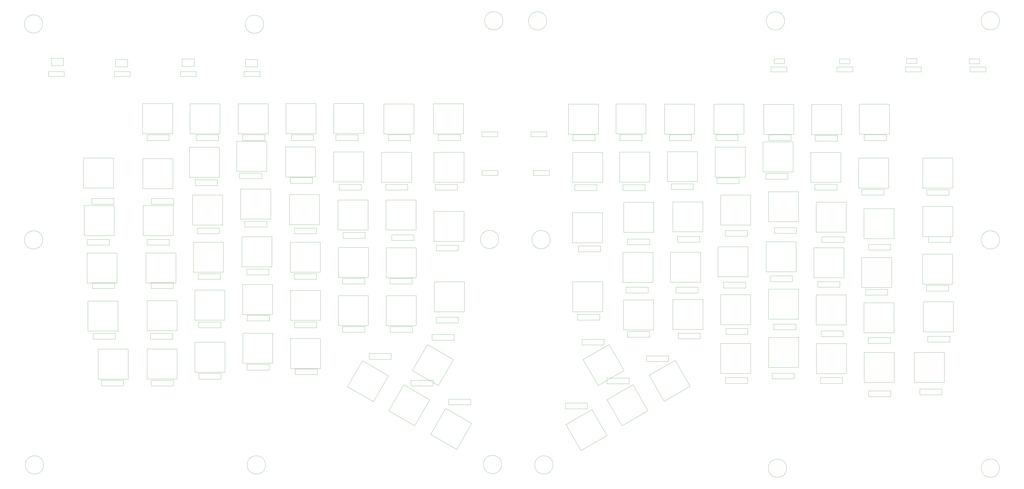
<source format=gbr>
%TF.GenerationSoftware,KiCad,Pcbnew,7.0.0-da2b9df05c~163~ubuntu22.04.1*%
%TF.CreationDate,2023-02-19T11:59:05+01:00*%
%TF.ProjectId,Europe-ergo,4575726f-7065-42d6-9572-676f2e6b6963,rev?*%
%TF.SameCoordinates,Original*%
%TF.FileFunction,Other,User*%
%FSLAX46Y46*%
G04 Gerber Fmt 4.6, Leading zero omitted, Abs format (unit mm)*
G04 Created by KiCad (PCBNEW 7.0.0-da2b9df05c~163~ubuntu22.04.1) date 2023-02-19 11:59:05*
%MOMM*%
%LPD*%
G01*
G04 APERTURE LIST*
%ADD10C,0.050000*%
G04 APERTURE END LIST*
D10*
%TO.C,D23*%
X425810000Y-166010000D02*
X425810000Y-168510000D01*
X425810000Y-168510000D02*
X435530000Y-168510000D01*
X435530000Y-166010000D02*
X425810000Y-166010000D01*
X435530000Y-168510000D02*
X435530000Y-166010000D01*
%TO.C,D91*%
X152140000Y-190750000D02*
X152140000Y-193250000D01*
X152140000Y-193250000D02*
X161860000Y-193250000D01*
X161860000Y-190750000D02*
X152140000Y-190750000D01*
X161860000Y-193250000D02*
X161860000Y-190750000D01*
%TO.C,D61*%
X266330000Y-190750000D02*
X266330000Y-193250000D01*
X266330000Y-193250000D02*
X276050000Y-193250000D01*
X276050000Y-190750000D02*
X266330000Y-190750000D01*
X276050000Y-193250000D02*
X276050000Y-190750000D01*
%TO.C,H15*%
X306750000Y-32600000D02*
G75*
G03*
X306750000Y-32600000I-4000000J0D01*
G01*
%TO.C,D90*%
X192350000Y-82750000D02*
X192350000Y-85250000D01*
X192350000Y-85250000D02*
X202070000Y-85250000D01*
X202070000Y-82750000D02*
X192350000Y-82750000D01*
X202070000Y-85250000D02*
X202070000Y-82750000D01*
%TO.C,D79*%
X191030000Y-99550000D02*
X191030000Y-102050000D01*
X191030000Y-102050000D02*
X200750000Y-102050000D01*
X200750000Y-99550000D02*
X191030000Y-99550000D01*
X200750000Y-102050000D02*
X200750000Y-99550000D01*
%TO.C,SW43*%
X337300000Y-130220000D02*
X337300000Y-117020000D01*
X350500000Y-130220000D02*
X337300000Y-130220000D01*
X337300000Y-117020000D02*
X350500000Y-117020000D01*
X350500000Y-117020000D02*
X350500000Y-130220000D01*
%TO.C,SW89*%
X150360000Y-155680000D02*
X163560000Y-155680000D01*
X150360000Y-168880000D02*
X150360000Y-155680000D01*
X163560000Y-155680000D02*
X163560000Y-168880000D01*
X163560000Y-168880000D02*
X150360000Y-168880000D01*
%TO.C,SW3*%
X491255000Y-114280000D02*
X504455000Y-114280000D01*
X491255000Y-127480000D02*
X491255000Y-114280000D01*
X504455000Y-114280000D02*
X504455000Y-127480000D01*
X504455000Y-127480000D02*
X491255000Y-127480000D01*
%TO.C,D44*%
X352500000Y-189750000D02*
X352500000Y-192250000D01*
X352500000Y-192250000D02*
X362220000Y-192250000D01*
X362220000Y-189750000D02*
X352500000Y-189750000D01*
X362220000Y-192250000D02*
X362220000Y-189750000D01*
%TO.C,D47*%
X334140000Y-200750000D02*
X334140000Y-203250000D01*
X334140000Y-203250000D02*
X343860000Y-203250000D01*
X343860000Y-200750000D02*
X334140000Y-200750000D01*
X343860000Y-203250000D02*
X343860000Y-200750000D01*
%TO.C,H3*%
X525000000Y-32600000D02*
G75*
G03*
X525000000Y-32600000I-4000000J0D01*
G01*
%TO.C,D51*%
X511730000Y-49390000D02*
X511730000Y-51490000D01*
X511730000Y-51490000D02*
X516320000Y-51490000D01*
X516320000Y-49390000D02*
X511730000Y-49390000D01*
X516320000Y-51490000D02*
X516320000Y-49390000D01*
%TO.C,SW21*%
X423400000Y-107780000D02*
X436600000Y-107780000D01*
X423400000Y-120980000D02*
X423400000Y-107780000D01*
X436600000Y-107780000D02*
X436600000Y-120980000D01*
X436600000Y-120980000D02*
X423400000Y-120980000D01*
%TO.C,SW28*%
X402400000Y-153100000D02*
X415600000Y-153100000D01*
X402400000Y-166300000D02*
X402400000Y-153100000D01*
X415600000Y-153100000D02*
X415600000Y-166300000D01*
X415600000Y-166300000D02*
X402400000Y-166300000D01*
%TO.C,D26*%
X404470000Y-124850000D02*
X404470000Y-127350000D01*
X404470000Y-127350000D02*
X414190000Y-127350000D01*
X414190000Y-124850000D02*
X404470000Y-124850000D01*
X414190000Y-127350000D02*
X414190000Y-124850000D01*
%TO.C,D95*%
X151910000Y-170130000D02*
X151910000Y-172630000D01*
X151910000Y-172630000D02*
X161630000Y-172630000D01*
X161630000Y-170130000D02*
X151910000Y-170130000D01*
X161630000Y-172630000D02*
X161630000Y-170130000D01*
%TO.C,SW80*%
X171400000Y-174000000D02*
X184600000Y-174000000D01*
X171400000Y-187200000D02*
X171400000Y-174000000D01*
X184600000Y-174000000D02*
X184600000Y-187200000D01*
X184600000Y-187200000D02*
X171400000Y-187200000D01*
%TO.C,D43*%
X339950000Y-131670000D02*
X339950000Y-134170000D01*
X339950000Y-134170000D02*
X349670000Y-134170000D01*
X349670000Y-131670000D02*
X339950000Y-131670000D01*
X349670000Y-134170000D02*
X349670000Y-131670000D01*
%TO.C,SW5*%
X491155000Y-135200000D02*
X504355000Y-135200000D01*
X491155000Y-148400000D02*
X491155000Y-135200000D01*
X504355000Y-135200000D02*
X504355000Y-148400000D01*
X504355000Y-148400000D02*
X491155000Y-148400000D01*
%TO.C,R10*%
X135970000Y-54950000D02*
X135970000Y-57050000D01*
X135970000Y-57050000D02*
X142950000Y-57050000D01*
X142950000Y-54950000D02*
X135970000Y-54950000D01*
X142950000Y-57050000D02*
X142950000Y-54950000D01*
%TO.C,SW9*%
X465400000Y-115240000D02*
X478600000Y-115240000D01*
X465400000Y-128440000D02*
X465400000Y-115240000D01*
X478600000Y-115240000D02*
X478600000Y-128440000D01*
X478600000Y-128440000D02*
X465400000Y-128440000D01*
%TO.C,H11*%
X104900000Y-228000000D02*
G75*
G03*
X104900000Y-228000000I-4000000J0D01*
G01*
%TO.C,SW35*%
X370984228Y-188584241D02*
X382415763Y-181984241D01*
X377584228Y-200015777D02*
X370984228Y-188584241D01*
X382415763Y-181984241D02*
X389015763Y-193415777D01*
X389015763Y-193415777D02*
X377584228Y-200015777D01*
%TO.C,SW34*%
X381400000Y-155200000D02*
X394600000Y-155200000D01*
X381400000Y-168400000D02*
X381400000Y-155200000D01*
X394600000Y-155200000D02*
X394600000Y-168400000D01*
X394600000Y-168400000D02*
X381400000Y-168400000D01*
%TO.C,H9*%
X104500000Y-34000000D02*
G75*
G03*
X104500000Y-34000000I-4000000J0D01*
G01*
%TO.C,R11*%
X297510000Y-81450000D02*
X297510000Y-83550000D01*
X297510000Y-83550000D02*
X304490000Y-83550000D01*
X304490000Y-81450000D02*
X297510000Y-81450000D01*
X304490000Y-83550000D02*
X304490000Y-81450000D01*
%TO.C,SW53*%
X276400000Y-129600000D02*
X276400000Y-116400000D01*
X289600000Y-129600000D02*
X276400000Y-129600000D01*
X276400000Y-116400000D02*
X289600000Y-116400000D01*
X289600000Y-116400000D02*
X289600000Y-129600000D01*
%TO.C,D93*%
X150350000Y-128750000D02*
X150350000Y-131250000D01*
X150350000Y-131250000D02*
X160070000Y-131250000D01*
X160070000Y-128750000D02*
X150350000Y-128750000D01*
X160070000Y-131250000D02*
X160070000Y-128750000D01*
%TO.C,SW11*%
X464400000Y-136780000D02*
X477600000Y-136780000D01*
X464400000Y-149980000D02*
X464400000Y-136780000D01*
X477600000Y-136780000D02*
X477600000Y-149980000D01*
X477600000Y-149980000D02*
X464400000Y-149980000D01*
%TO.C,R8*%
X171950000Y-57050000D02*
X171950000Y-54950000D01*
X171950000Y-54950000D02*
X164970000Y-54950000D01*
X164970000Y-57050000D02*
X171950000Y-57050000D01*
X164970000Y-54950000D02*
X164970000Y-57050000D01*
%TO.C,D88*%
X172360000Y-123750000D02*
X172360000Y-126250000D01*
X172360000Y-126250000D02*
X182080000Y-126250000D01*
X182080000Y-123750000D02*
X172360000Y-123750000D01*
X182080000Y-126250000D02*
X182080000Y-123750000D01*
%TO.C,SW7*%
X442400000Y-69400000D02*
X455600000Y-69400000D01*
X442400000Y-82600000D02*
X442400000Y-69400000D01*
X455600000Y-69400000D02*
X455600000Y-82600000D01*
X455600000Y-82600000D02*
X442400000Y-82600000D01*
%TO.C,SW58*%
X255320000Y-111400000D02*
X268520000Y-111400000D01*
X255320000Y-124600000D02*
X255320000Y-111400000D01*
X268520000Y-111400000D02*
X268520000Y-124600000D01*
X268520000Y-124600000D02*
X255320000Y-124600000D01*
%TO.C,SW76*%
X191540000Y-106600000D02*
X204740000Y-106600000D01*
X191540000Y-119800000D02*
X191540000Y-106600000D01*
X204740000Y-106600000D02*
X204740000Y-119800000D01*
X204740000Y-119800000D02*
X191540000Y-119800000D01*
%TO.C,H8*%
X431400000Y-229450000D02*
G75*
G03*
X431400000Y-229450000I-4000000J0D01*
G01*
%TO.C,D35*%
X383750000Y-170010000D02*
X383750000Y-172510000D01*
X383750000Y-172510000D02*
X393470000Y-172510000D01*
X393470000Y-170010000D02*
X383750000Y-170010000D01*
X393470000Y-172510000D02*
X393470000Y-170010000D01*
%TO.C,D83*%
X194330000Y-183750000D02*
X194330000Y-186250000D01*
X194330000Y-186250000D02*
X204050000Y-186250000D01*
X204050000Y-183750000D02*
X194330000Y-183750000D01*
X204050000Y-186250000D02*
X204050000Y-183750000D01*
%TO.C,D66*%
X278330000Y-82750000D02*
X278330000Y-85250000D01*
X278330000Y-85250000D02*
X288050000Y-85250000D01*
X288050000Y-82750000D02*
X278330000Y-82750000D01*
X288050000Y-85250000D02*
X288050000Y-82750000D01*
%TO.C,SW20*%
X421070000Y-85880000D02*
X434270000Y-85880000D01*
X421070000Y-99080000D02*
X421070000Y-85880000D01*
X434270000Y-85880000D02*
X434270000Y-99080000D01*
X434270000Y-99080000D02*
X421070000Y-99080000D01*
%TO.C,D81*%
X194180000Y-141850000D02*
X194180000Y-144350000D01*
X194180000Y-144350000D02*
X203900000Y-144350000D01*
X203900000Y-141850000D02*
X194180000Y-141850000D01*
X203900000Y-144350000D02*
X203900000Y-141850000D01*
%TO.C,SW29*%
X401210000Y-131980000D02*
X414410000Y-131980000D01*
X401210000Y-145180000D02*
X401210000Y-131980000D01*
X414410000Y-131980000D02*
X414410000Y-145180000D01*
X414410000Y-145180000D02*
X401210000Y-145180000D01*
%TO.C,SW17*%
X443400000Y-132440000D02*
X456600000Y-132440000D01*
X443400000Y-145640000D02*
X443400000Y-132440000D01*
X456600000Y-132440000D02*
X456600000Y-145640000D01*
X456600000Y-145640000D02*
X443400000Y-145640000D01*
%TO.C,D86*%
X173150000Y-187750000D02*
X173150000Y-190250000D01*
X173150000Y-190250000D02*
X182870000Y-190250000D01*
X182870000Y-187750000D02*
X173150000Y-187750000D01*
X182870000Y-190250000D02*
X182870000Y-187750000D01*
%TO.C,SW74*%
X192400000Y-170000000D02*
X205600000Y-170000000D01*
X192400000Y-183200000D02*
X192400000Y-170000000D01*
X205600000Y-170000000D02*
X205600000Y-183200000D01*
X205600000Y-183200000D02*
X192400000Y-183200000D01*
%TO.C,H1*%
X525000000Y-229450000D02*
G75*
G03*
X525000000Y-229450000I-4000000J0D01*
G01*
%TO.C,SW66*%
X254400000Y-69200000D02*
X267600000Y-69200000D01*
X254400000Y-82400000D02*
X254400000Y-69200000D01*
X267600000Y-69200000D02*
X267600000Y-82400000D01*
X267600000Y-82400000D02*
X254400000Y-82400000D01*
%TO.C,D40*%
X361500000Y-128590000D02*
X361500000Y-131090000D01*
X361500000Y-131090000D02*
X371220000Y-131090000D01*
X371220000Y-128590000D02*
X361500000Y-128590000D01*
X371220000Y-131090000D02*
X371220000Y-128590000D01*
%TO.C,SW85*%
X149830000Y-134700000D02*
X163030000Y-134700000D01*
X149830000Y-147900000D02*
X149830000Y-134700000D01*
X163030000Y-134700000D02*
X163030000Y-147900000D01*
X163030000Y-147900000D02*
X149830000Y-147900000D01*
%TO.C,D62*%
X257870000Y-126750000D02*
X257870000Y-129250000D01*
X257870000Y-129250000D02*
X267590000Y-129250000D01*
X267590000Y-126750000D02*
X257870000Y-126750000D01*
X267590000Y-129250000D02*
X267590000Y-126750000D01*
%TO.C,SW15*%
X444400000Y-112380000D02*
X457600000Y-112380000D01*
X444400000Y-125580000D02*
X444400000Y-112380000D01*
X457600000Y-112380000D02*
X457600000Y-125580000D01*
X457600000Y-125580000D02*
X444400000Y-125580000D01*
%TO.C,D92*%
X152330000Y-110750000D02*
X152330000Y-113250000D01*
X152330000Y-113250000D02*
X162050000Y-113250000D01*
X162050000Y-110750000D02*
X152330000Y-110750000D01*
X162050000Y-113250000D02*
X162050000Y-110750000D01*
%TO.C,D82*%
X194370000Y-162130000D02*
X194370000Y-164630000D01*
X194370000Y-164630000D02*
X204090000Y-164630000D01*
X204090000Y-162130000D02*
X194370000Y-162130000D01*
X204090000Y-164630000D02*
X204090000Y-162130000D01*
%TO.C,R1*%
X424520000Y-52950000D02*
X424520000Y-55050000D01*
X424520000Y-55050000D02*
X431500000Y-55050000D01*
X431500000Y-52950000D02*
X424520000Y-52950000D01*
X431500000Y-55050000D02*
X431500000Y-52950000D01*
%TO.C,SW6*%
X487470000Y-178480000D02*
X500670000Y-178480000D01*
X487470000Y-191680000D02*
X487470000Y-178480000D01*
X500670000Y-178480000D02*
X500670000Y-191680000D01*
X500670000Y-191680000D02*
X487470000Y-191680000D01*
%TO.C,D56*%
X282839600Y-199034700D02*
X282839600Y-201534700D01*
X282839600Y-201534700D02*
X292559600Y-201534700D01*
X292559600Y-199034700D02*
X282839600Y-199034700D01*
X292559600Y-201534700D02*
X292559600Y-199034700D01*
%TO.C,D73*%
X213250000Y-101550000D02*
X213250000Y-104050000D01*
X213250000Y-104050000D02*
X222970000Y-104050000D01*
X222970000Y-101550000D02*
X213250000Y-101550000D01*
X222970000Y-104050000D02*
X222970000Y-101550000D01*
%TO.C,SW27*%
X402400000Y-109240000D02*
X415600000Y-109240000D01*
X402400000Y-122440000D02*
X402400000Y-109240000D01*
X415600000Y-109240000D02*
X415600000Y-122440000D01*
X415600000Y-122440000D02*
X402400000Y-122440000D01*
%TO.C,D42*%
X338360000Y-104755000D02*
X338360000Y-107255000D01*
X338360000Y-107255000D02*
X348080000Y-107255000D01*
X348080000Y-104755000D02*
X338360000Y-104755000D01*
X348080000Y-107255000D02*
X348080000Y-104755000D01*
%TO.C,SW88*%
X148700000Y-113900000D02*
X161900000Y-113900000D01*
X148700000Y-127100000D02*
X148700000Y-113900000D01*
X161900000Y-113900000D02*
X161900000Y-127100000D01*
X161900000Y-127100000D02*
X148700000Y-127100000D01*
%TO.C,SW62*%
X232300000Y-90300000D02*
X245500000Y-90300000D01*
X232300000Y-103500000D02*
X232300000Y-90300000D01*
X245500000Y-90300000D02*
X245500000Y-103500000D01*
X245500000Y-103500000D02*
X232300000Y-103500000D01*
%TO.C,SW87*%
X148480000Y-93200000D02*
X161680000Y-93200000D01*
X148480000Y-106400000D02*
X148480000Y-93200000D01*
X161680000Y-93200000D02*
X161680000Y-106400000D01*
X161680000Y-106400000D02*
X148480000Y-106400000D01*
%TO.C,D98*%
X126360000Y-147850000D02*
X126360000Y-150350000D01*
X126360000Y-150350000D02*
X136080000Y-150350000D01*
X136080000Y-147850000D02*
X126360000Y-147850000D01*
X136080000Y-150350000D02*
X136080000Y-147850000D01*
%TO.C,SW4*%
X491455000Y-156200000D02*
X504655000Y-156200000D01*
X491455000Y-169400000D02*
X491455000Y-156200000D01*
X504655000Y-156200000D02*
X504655000Y-169400000D01*
X504655000Y-169400000D02*
X491455000Y-169400000D01*
%TO.C,SW93*%
X122400000Y-93000000D02*
X135600000Y-93000000D01*
X122400000Y-106200000D02*
X122400000Y-93000000D01*
X135600000Y-93000000D02*
X135600000Y-106200000D01*
X135600000Y-106200000D02*
X122400000Y-106200000D01*
%TO.C,D10*%
X466140000Y-150790000D02*
X466140000Y-153290000D01*
X466140000Y-153290000D02*
X475860000Y-153290000D01*
X475860000Y-150790000D02*
X466140000Y-150790000D01*
X475860000Y-153290000D02*
X475860000Y-150790000D01*
%TO.C,SW90*%
X169200000Y-69100000D02*
X182400000Y-69100000D01*
X169200000Y-82300000D02*
X169200000Y-69100000D01*
X182400000Y-69100000D02*
X182400000Y-82300000D01*
X182400000Y-82300000D02*
X169200000Y-82300000D01*
%TO.C,D70*%
X236340000Y-145850000D02*
X236340000Y-148350000D01*
X236340000Y-148350000D02*
X246060000Y-148350000D01*
X246060000Y-145850000D02*
X236340000Y-145850000D01*
X246060000Y-148350000D02*
X246060000Y-145850000D01*
%TO.C,D39*%
X361470000Y-169275000D02*
X361470000Y-171775000D01*
X361470000Y-171775000D02*
X371190000Y-171775000D01*
X371190000Y-169275000D02*
X361470000Y-169275000D01*
X371190000Y-171775000D02*
X371190000Y-169275000D01*
%TO.C,SW39*%
X359830000Y-112480000D02*
X373030000Y-112480000D01*
X359830000Y-125680000D02*
X359830000Y-112480000D01*
X373030000Y-112480000D02*
X373030000Y-125680000D01*
X373030000Y-125680000D02*
X359830000Y-125680000D01*
%TO.C,D69*%
X236490000Y-125750000D02*
X236490000Y-128250000D01*
X236490000Y-128250000D02*
X246210000Y-128250000D01*
X246210000Y-125750000D02*
X236490000Y-125750000D01*
X246210000Y-128250000D02*
X246210000Y-125750000D01*
%TO.C,D100*%
X126060000Y-110750000D02*
X126060000Y-113250000D01*
X126060000Y-113250000D02*
X135780000Y-113250000D01*
X135780000Y-110750000D02*
X126060000Y-110750000D01*
X135780000Y-113250000D02*
X135780000Y-110750000D01*
%TO.C,D99*%
X126650000Y-170130000D02*
X126650000Y-172630000D01*
X126650000Y-172630000D02*
X136370000Y-172630000D01*
X136370000Y-170130000D02*
X126650000Y-170130000D01*
X136370000Y-172630000D02*
X136370000Y-170130000D01*
%TO.C,R4*%
X490580000Y-55050000D02*
X490580000Y-52950000D01*
X490580000Y-52950000D02*
X483600000Y-52950000D01*
X483600000Y-55050000D02*
X490580000Y-55050000D01*
X483600000Y-52950000D02*
X483600000Y-55050000D01*
%TO.C,D80*%
X193300000Y-120750000D02*
X193300000Y-123250000D01*
X193300000Y-123250000D02*
X203020000Y-123250000D01*
X203020000Y-120750000D02*
X193300000Y-120750000D01*
X203020000Y-123250000D02*
X203020000Y-120750000D01*
%TO.C,SW31*%
X356400000Y-69140000D02*
X369600000Y-69140000D01*
X356400000Y-82340000D02*
X356400000Y-69140000D01*
X369600000Y-69140000D02*
X369600000Y-82340000D01*
X369600000Y-82340000D02*
X356400000Y-82340000D01*
%TO.C,D2*%
X492995000Y-106815000D02*
X492995000Y-109315000D01*
X492995000Y-109315000D02*
X502715000Y-109315000D01*
X502715000Y-106815000D02*
X492995000Y-106815000D01*
X502715000Y-109315000D02*
X502715000Y-106815000D01*
%TO.C,SW81*%
X169020000Y-88200000D02*
X182220000Y-88200000D01*
X169020000Y-101400000D02*
X169020000Y-88200000D01*
X182220000Y-88200000D02*
X182220000Y-101400000D01*
X182220000Y-101400000D02*
X169020000Y-101400000D01*
%TO.C,H5*%
X326000000Y-32650000D02*
G75*
G03*
X326000000Y-32650000I-4000000J0D01*
G01*
%TO.C,D41*%
X360880000Y-149790000D02*
X360880000Y-152290000D01*
X360880000Y-152290000D02*
X370600000Y-152290000D01*
X370600000Y-149790000D02*
X360880000Y-149790000D01*
X370600000Y-152290000D02*
X370600000Y-149790000D01*
%TO.C,D34*%
X382750000Y-149790000D02*
X382750000Y-152290000D01*
X382750000Y-152290000D02*
X392470000Y-152290000D01*
X392470000Y-149790000D02*
X382750000Y-149790000D01*
X392470000Y-152290000D02*
X392470000Y-149790000D01*
%TO.C,D24*%
X425120000Y-187590000D02*
X425120000Y-190090000D01*
X425120000Y-190090000D02*
X434840000Y-190090000D01*
X434840000Y-187590000D02*
X425120000Y-187590000D01*
X434840000Y-190090000D02*
X434840000Y-187590000D01*
%TO.C,SW54*%
X276580000Y-160600000D02*
X276580000Y-147400000D01*
X289780000Y-160600000D02*
X276580000Y-160600000D01*
X276580000Y-147400000D02*
X289780000Y-147400000D01*
X289780000Y-147400000D02*
X289780000Y-160600000D01*
%TO.C,D58*%
X277470000Y-163030000D02*
X277470000Y-165530000D01*
X277470000Y-165530000D02*
X287190000Y-165530000D01*
X287190000Y-163030000D02*
X277470000Y-163030000D01*
X287190000Y-165530000D02*
X287190000Y-163030000D01*
%TO.C,D16*%
X446570000Y-169010000D02*
X446570000Y-171510000D01*
X446570000Y-171510000D02*
X456290000Y-171510000D01*
X456290000Y-169010000D02*
X446570000Y-169010000D01*
X456290000Y-171510000D02*
X456290000Y-169010000D01*
%TO.C,SW19*%
X399480000Y-69260000D02*
X412680000Y-69260000D01*
X399480000Y-82460000D02*
X399480000Y-69260000D01*
X412680000Y-69260000D02*
X412680000Y-82460000D01*
X412680000Y-82460000D02*
X399480000Y-82460000D01*
%TO.C,D27*%
X400810000Y-101715000D02*
X400810000Y-104215000D01*
X400810000Y-104215000D02*
X410530000Y-104215000D01*
X410530000Y-101715000D02*
X400810000Y-101715000D01*
X410530000Y-104215000D02*
X410530000Y-101715000D01*
%TO.C,R12*%
X106970000Y-54950000D02*
X106970000Y-57050000D01*
X106970000Y-57050000D02*
X113950000Y-57050000D01*
X113950000Y-54950000D02*
X106970000Y-54950000D01*
X113950000Y-57050000D02*
X113950000Y-54950000D01*
%TO.C,SW47*%
X334394228Y-210244241D02*
X345825763Y-203644241D01*
X340994228Y-221675777D02*
X334394228Y-210244241D01*
X345825763Y-203644241D02*
X352425763Y-215075777D01*
X352425763Y-215075777D02*
X340994228Y-221675777D01*
%TO.C,D49*%
X454614700Y-49390000D02*
X454614700Y-51490000D01*
X454614700Y-51490000D02*
X459204700Y-51490000D01*
X459204700Y-49390000D02*
X454614700Y-49390000D01*
X459204700Y-51490000D02*
X459204700Y-49390000D01*
%TO.C,SW18*%
X444470000Y-174580000D02*
X457670000Y-174580000D01*
X444470000Y-187780000D02*
X444470000Y-174580000D01*
X457670000Y-174580000D02*
X457670000Y-187780000D01*
X457670000Y-187780000D02*
X444470000Y-187780000D01*
%TO.C,D14*%
X443810000Y-104490000D02*
X443810000Y-106990000D01*
X443810000Y-106990000D02*
X453530000Y-106990000D01*
X453530000Y-104490000D02*
X443810000Y-104490000D01*
X453530000Y-106990000D02*
X453530000Y-104490000D01*
%TO.C,SW96*%
X148400000Y-69000000D02*
X161600000Y-69000000D01*
X148400000Y-82200000D02*
X148400000Y-69000000D01*
X161600000Y-69000000D02*
X161600000Y-82200000D01*
X161600000Y-82200000D02*
X148400000Y-82200000D01*
%TO.C,H4*%
X430550000Y-32650000D02*
G75*
G03*
X430550000Y-32650000I-4000000J0D01*
G01*
%TO.C,SW67*%
X213240000Y-130000000D02*
X226440000Y-130000000D01*
X213240000Y-143200000D02*
X213240000Y-130000000D01*
X226440000Y-130000000D02*
X226440000Y-143200000D01*
X226440000Y-143200000D02*
X213240000Y-143200000D01*
%TO.C,SW41*%
X359530000Y-134480000D02*
X372730000Y-134480000D01*
X359530000Y-147680000D02*
X359530000Y-134480000D01*
X372730000Y-134480000D02*
X372730000Y-147680000D01*
X372730000Y-147680000D02*
X359530000Y-147680000D01*
%TO.C,D4*%
X492895000Y-148955000D02*
X492895000Y-151455000D01*
X492895000Y-151455000D02*
X502615000Y-151455000D01*
X502615000Y-148955000D02*
X492895000Y-148955000D01*
X502615000Y-151455000D02*
X502615000Y-148955000D01*
%TO.C,SW46*%
X341984228Y-181584241D02*
X353415763Y-174984241D01*
X348584228Y-193015777D02*
X341984228Y-181584241D01*
X353415763Y-174984241D02*
X360015763Y-186415777D01*
X360015763Y-186415777D02*
X348584228Y-193015777D01*
%TO.C,SW16*%
X444400000Y-153200000D02*
X457600000Y-153200000D01*
X444400000Y-166400000D02*
X444400000Y-153200000D01*
X457600000Y-153200000D02*
X457600000Y-166400000D01*
X457600000Y-166400000D02*
X444400000Y-166400000D01*
%TO.C,D63*%
X257140000Y-145850000D02*
X257140000Y-148350000D01*
X257140000Y-148350000D02*
X266860000Y-148350000D01*
X266860000Y-145850000D02*
X257140000Y-145850000D01*
X266860000Y-148350000D02*
X266860000Y-145850000D01*
%TO.C,D33*%
X383470000Y-127450000D02*
X383470000Y-129950000D01*
X383470000Y-129950000D02*
X393190000Y-129950000D01*
X393190000Y-127450000D02*
X383470000Y-127450000D01*
X393190000Y-129950000D02*
X393190000Y-127450000D01*
%TO.C,SW22*%
X423400000Y-150620000D02*
X436600000Y-150620000D01*
X423400000Y-163820000D02*
X423400000Y-150620000D01*
X436600000Y-150620000D02*
X436600000Y-163820000D01*
X436600000Y-163820000D02*
X423400000Y-163820000D01*
%TO.C,SW26*%
X400070000Y-88140000D02*
X413270000Y-88140000D01*
X400070000Y-101340000D02*
X400070000Y-88140000D01*
X413270000Y-88140000D02*
X413270000Y-101340000D01*
X413270000Y-101340000D02*
X400070000Y-101340000D01*
%TO.C,D25*%
X379950000Y-82750000D02*
X379950000Y-85250000D01*
X379950000Y-85250000D02*
X389670000Y-85250000D01*
X389670000Y-82750000D02*
X379950000Y-82750000D01*
X389670000Y-85250000D02*
X389670000Y-82750000D01*
%TO.C,D54*%
X136500000Y-49600000D02*
X136500000Y-52800000D01*
X136500000Y-52800000D02*
X141790000Y-52800000D01*
X141790000Y-49600000D02*
X136500000Y-49600000D01*
X141790000Y-52800000D02*
X141790000Y-49600000D01*
%TO.C,SW12*%
X465470000Y-178480000D02*
X478670000Y-178480000D01*
X465470000Y-191680000D02*
X465470000Y-178480000D01*
X478670000Y-178480000D02*
X478670000Y-191680000D01*
X478670000Y-191680000D02*
X465470000Y-191680000D01*
%TO.C,SW84*%
X190400000Y-69100000D02*
X203600000Y-69100000D01*
X190400000Y-82300000D02*
X190400000Y-69100000D01*
X203600000Y-69100000D02*
X203600000Y-82300000D01*
X203600000Y-82300000D02*
X190400000Y-82300000D01*
%TO.C,D5*%
X493425000Y-171410000D02*
X493425000Y-173910000D01*
X493425000Y-173910000D02*
X503145000Y-173910000D01*
X503145000Y-171410000D02*
X493425000Y-171410000D01*
X503145000Y-173910000D02*
X503145000Y-171410000D01*
%TO.C,D78*%
X233330000Y-82750000D02*
X233330000Y-85250000D01*
X233330000Y-85250000D02*
X243050000Y-85250000D01*
X243050000Y-82750000D02*
X233330000Y-82750000D01*
X243050000Y-85250000D02*
X243050000Y-82750000D01*
%TO.C,D96*%
X171950000Y-82750000D02*
X171950000Y-85250000D01*
X171950000Y-85250000D02*
X181670000Y-85250000D01*
X181670000Y-82750000D02*
X171950000Y-82750000D01*
X181670000Y-85250000D02*
X181670000Y-82750000D01*
%TO.C,SW60*%
X276200000Y-69100000D02*
X289400000Y-69100000D01*
X276200000Y-82300000D02*
X276200000Y-69100000D01*
X289400000Y-69100000D02*
X289400000Y-82300000D01*
X289400000Y-82300000D02*
X276200000Y-82300000D01*
%TO.C,SW56*%
X255400000Y-132400000D02*
X268600000Y-132400000D01*
X255400000Y-145600000D02*
X255400000Y-132400000D01*
X268600000Y-132400000D02*
X268600000Y-145600000D01*
X268600000Y-145600000D02*
X255400000Y-145600000D01*
%TO.C,R6*%
X512060000Y-52950000D02*
X512060000Y-55050000D01*
X512060000Y-55050000D02*
X519040000Y-55050000D01*
X519040000Y-52950000D02*
X512060000Y-52950000D01*
X519040000Y-55050000D02*
X519040000Y-52950000D01*
%TO.C,D65*%
X257230000Y-167130000D02*
X257230000Y-169630000D01*
X257230000Y-169630000D02*
X266950000Y-169630000D01*
X266950000Y-167130000D02*
X257230000Y-167130000D01*
X266950000Y-169630000D02*
X266950000Y-167130000D01*
%TO.C,D77*%
X215090000Y-123750000D02*
X215090000Y-126250000D01*
X215090000Y-126250000D02*
X224810000Y-126250000D01*
X224810000Y-123750000D02*
X215090000Y-123750000D01*
X224810000Y-126250000D02*
X224810000Y-123750000D01*
%TO.C,SW36*%
X380400000Y-134380000D02*
X393600000Y-134380000D01*
X380400000Y-147580000D02*
X380400000Y-134380000D01*
X393600000Y-134380000D02*
X393600000Y-147580000D01*
X393600000Y-147580000D02*
X380400000Y-147580000D01*
%TO.C,R3*%
X327120000Y-100550000D02*
X327120000Y-98450000D01*
X327120000Y-98450000D02*
X320140000Y-98450000D01*
X320140000Y-100550000D02*
X327120000Y-100550000D01*
X320140000Y-98450000D02*
X320140000Y-100550000D01*
%TO.C,H16*%
X306200000Y-227800000D02*
G75*
G03*
X306200000Y-227800000I-4000000J0D01*
G01*
%TO.C,H13*%
X304900000Y-128800000D02*
G75*
G03*
X304900000Y-128800000I-4000000J0D01*
G01*
%TO.C,D3*%
X493805000Y-127550000D02*
X493805000Y-130050000D01*
X493805000Y-130050000D02*
X503525000Y-130050000D01*
X503525000Y-127550000D02*
X493805000Y-127550000D01*
X503525000Y-130050000D02*
X503525000Y-127550000D01*
%TO.C,D72*%
X256330000Y-82750000D02*
X256330000Y-85250000D01*
X256330000Y-85250000D02*
X266050000Y-85250000D01*
X266050000Y-82750000D02*
X256330000Y-82750000D01*
X266050000Y-85250000D02*
X266050000Y-82750000D01*
%TO.C,H12*%
X104500000Y-129000000D02*
G75*
G03*
X104500000Y-129000000I-4000000J0D01*
G01*
%TO.C,D18*%
X446240000Y-189590000D02*
X446240000Y-192090000D01*
X446240000Y-192090000D02*
X455960000Y-192090000D01*
X455960000Y-189590000D02*
X446240000Y-189590000D01*
X455960000Y-192090000D02*
X455960000Y-189590000D01*
%TO.C,D28*%
X403660000Y-147590000D02*
X403660000Y-150090000D01*
X403660000Y-150090000D02*
X413380000Y-150090000D01*
X413380000Y-147590000D02*
X403660000Y-147590000D01*
X413380000Y-150090000D02*
X413380000Y-147590000D01*
%TO.C,H2*%
X525000000Y-129000000D02*
G75*
G03*
X525000000Y-129000000I-4000000J0D01*
G01*
%TO.C,D71*%
X236330000Y-167130000D02*
X236330000Y-169630000D01*
X236330000Y-169630000D02*
X246050000Y-169630000D01*
X246050000Y-167130000D02*
X236330000Y-167130000D01*
X246050000Y-169630000D02*
X246050000Y-167130000D01*
%TO.C,SW1*%
X463400000Y-69240000D02*
X476600000Y-69240000D01*
X463400000Y-82440000D02*
X463400000Y-69240000D01*
X476600000Y-69240000D02*
X476600000Y-82440000D01*
X476600000Y-82440000D02*
X463400000Y-82440000D01*
%TO.C,D8*%
X464510000Y-106755000D02*
X464510000Y-109255000D01*
X464510000Y-109255000D02*
X474230000Y-109255000D01*
X474230000Y-106755000D02*
X464510000Y-106755000D01*
X474230000Y-109255000D02*
X474230000Y-106755000D01*
%TO.C,SW73*%
X192040000Y-127600000D02*
X205240000Y-127600000D01*
X192040000Y-140800000D02*
X192040000Y-127600000D01*
X205240000Y-127600000D02*
X205240000Y-140800000D01*
X205240000Y-140800000D02*
X192040000Y-140800000D01*
%TO.C,D1*%
X465470000Y-82750000D02*
X465470000Y-85250000D01*
X465470000Y-85250000D02*
X475190000Y-85250000D01*
X475190000Y-82750000D02*
X465470000Y-82750000D01*
X475190000Y-85250000D02*
X475190000Y-82750000D01*
%TO.C,D22*%
X424150000Y-144790000D02*
X424150000Y-147290000D01*
X424150000Y-147290000D02*
X433870000Y-147290000D01*
X433870000Y-144790000D02*
X424150000Y-144790000D01*
X433870000Y-147290000D02*
X433870000Y-144790000D01*
%TO.C,D46*%
X341510000Y-172720600D02*
X341510000Y-175220600D01*
X341510000Y-175220600D02*
X351230000Y-175220600D01*
X351230000Y-172720600D02*
X341510000Y-172720600D01*
X351230000Y-175220600D02*
X351230000Y-172720600D01*
%TO.C,D48*%
X425914700Y-49290000D02*
X425914700Y-51390000D01*
X425914700Y-51390000D02*
X430504700Y-51390000D01*
X430504700Y-49290000D02*
X425914700Y-49290000D01*
X430504700Y-51390000D02*
X430504700Y-49290000D01*
%TO.C,SW51*%
X273584228Y-174984241D02*
X285015763Y-181584241D01*
X266984228Y-186415777D02*
X273584228Y-174984241D01*
X285015763Y-181584241D02*
X278415763Y-193015777D01*
X278415763Y-193015777D02*
X266984228Y-186415777D01*
%TO.C,SW71*%
X213400000Y-151180000D02*
X226600000Y-151180000D01*
X213400000Y-164380000D02*
X213400000Y-151180000D01*
X226600000Y-151180000D02*
X226600000Y-164380000D01*
X226600000Y-164380000D02*
X213400000Y-164380000D01*
%TO.C,SW91*%
X123990000Y-134800000D02*
X137190000Y-134800000D01*
X123990000Y-148000000D02*
X123990000Y-134800000D01*
X137190000Y-134800000D02*
X137190000Y-148000000D01*
X137190000Y-148000000D02*
X123990000Y-148000000D01*
%TO.C,SW69*%
X211200000Y-88100000D02*
X224400000Y-88100000D01*
X211200000Y-101300000D02*
X211200000Y-88100000D01*
X224400000Y-88100000D02*
X224400000Y-101300000D01*
X224400000Y-101300000D02*
X211200000Y-101300000D01*
%TO.C,SW86*%
X150400000Y-176980000D02*
X163600000Y-176980000D01*
X150400000Y-190180000D02*
X150400000Y-176980000D01*
X163600000Y-176980000D02*
X163600000Y-190180000D01*
X163600000Y-190180000D02*
X150400000Y-190180000D01*
%TO.C,H7*%
X328750000Y-228000000D02*
G75*
G03*
X328750000Y-228000000I-4000000J0D01*
G01*
%TO.C,D11*%
X467270000Y-171970000D02*
X467270000Y-174470000D01*
X467270000Y-174470000D02*
X476990000Y-174470000D01*
X476990000Y-171970000D02*
X467270000Y-171970000D01*
X476990000Y-174470000D02*
X476990000Y-171970000D01*
%TO.C,D89*%
X173060000Y-165130000D02*
X173060000Y-167630000D01*
X173060000Y-167630000D02*
X182780000Y-167630000D01*
X182780000Y-165130000D02*
X173060000Y-165130000D01*
X182780000Y-167630000D02*
X182780000Y-165130000D01*
%TO.C,SW32*%
X379070000Y-90140000D02*
X392270000Y-90140000D01*
X379070000Y-103340000D02*
X379070000Y-90140000D01*
X392270000Y-90140000D02*
X392270000Y-103340000D01*
X392270000Y-103340000D02*
X379070000Y-103340000D01*
%TO.C,D55*%
X108300000Y-49100000D02*
X108300000Y-52300000D01*
X108300000Y-52300000D02*
X113590000Y-52300000D01*
X113590000Y-49100000D02*
X108300000Y-49100000D01*
X113590000Y-52300000D02*
X113590000Y-49100000D01*
%TO.C,R2*%
X460500000Y-55050000D02*
X460500000Y-52950000D01*
X460500000Y-52950000D02*
X453520000Y-52950000D01*
X453520000Y-55050000D02*
X460500000Y-55050000D01*
X453520000Y-52950000D02*
X453520000Y-55050000D01*
%TO.C,D67*%
X247950000Y-179000000D02*
X247950000Y-181500000D01*
X247950000Y-181500000D02*
X257670000Y-181500000D01*
X257670000Y-179000000D02*
X247950000Y-179000000D01*
X257670000Y-181500000D02*
X257670000Y-179000000D01*
%TO.C,R7*%
X199950000Y-57050000D02*
X199950000Y-54950000D01*
X199950000Y-54950000D02*
X192970000Y-54950000D01*
X192970000Y-57050000D02*
X199950000Y-57050000D01*
X192970000Y-54950000D02*
X192970000Y-57050000D01*
%TO.C,D21*%
X426050000Y-123590000D02*
X426050000Y-126090000D01*
X426050000Y-126090000D02*
X435770000Y-126090000D01*
X435770000Y-123590000D02*
X426050000Y-123590000D01*
X435770000Y-126090000D02*
X435770000Y-123590000D01*
%TO.C,R9*%
X297590000Y-98450000D02*
X297590000Y-100550000D01*
X297590000Y-100550000D02*
X304570000Y-100550000D01*
X304570000Y-98450000D02*
X297590000Y-98450000D01*
X304570000Y-100550000D02*
X304570000Y-98450000D01*
%TO.C,SW2*%
X491255000Y-92940000D02*
X504455000Y-92940000D01*
X491255000Y-106140000D02*
X491255000Y-92940000D01*
X504455000Y-92940000D02*
X504455000Y-106140000D01*
X504455000Y-106140000D02*
X491255000Y-106140000D01*
%TO.C,SW10*%
X465400000Y-156660000D02*
X478600000Y-156660000D01*
X465400000Y-169860000D02*
X465400000Y-156660000D01*
X478600000Y-156660000D02*
X478600000Y-169860000D01*
X478600000Y-169860000D02*
X465400000Y-169860000D01*
%TO.C,D97*%
X130310000Y-190750000D02*
X130310000Y-193250000D01*
X130310000Y-193250000D02*
X140030000Y-193250000D01*
X140030000Y-190750000D02*
X130310000Y-190750000D01*
X140030000Y-193250000D02*
X140030000Y-190750000D01*
%TO.C,SW77*%
X192320000Y-148580000D02*
X205520000Y-148580000D01*
X192320000Y-161780000D02*
X192320000Y-148580000D01*
X205520000Y-148580000D02*
X205520000Y-161780000D01*
X205520000Y-161780000D02*
X192320000Y-161780000D01*
%TO.C,SW95*%
X124400000Y-155880000D02*
X137600000Y-155880000D01*
X124400000Y-169080000D02*
X124400000Y-155880000D01*
X137600000Y-155880000D02*
X137600000Y-169080000D01*
X137600000Y-169080000D02*
X124400000Y-169080000D01*
%TO.C,R5*%
X326040000Y-83550000D02*
X326040000Y-81450000D01*
X326040000Y-81450000D02*
X319060000Y-81450000D01*
X319060000Y-83550000D02*
X326040000Y-83550000D01*
X319060000Y-81450000D02*
X319060000Y-83550000D01*
%TO.C,SW45*%
X352454228Y-199344241D02*
X363885763Y-192744241D01*
X359054228Y-210775777D02*
X352454228Y-199344241D01*
X363885763Y-192744241D02*
X370485763Y-204175777D01*
X370485763Y-204175777D02*
X359054228Y-210775777D01*
%TO.C,SW30*%
X402400000Y-174480000D02*
X415600000Y-174480000D01*
X402400000Y-187680000D02*
X402400000Y-174480000D01*
X415600000Y-174480000D02*
X415600000Y-187680000D01*
X415600000Y-187680000D02*
X402400000Y-187680000D01*
%TO.C,SW55*%
X263124228Y-192704241D02*
X274555763Y-199304241D01*
X256524228Y-204135777D02*
X263124228Y-192704241D01*
X274555763Y-199304241D02*
X267955763Y-210735777D01*
X267955763Y-210735777D02*
X256524228Y-204135777D01*
%TO.C,D75*%
X215140000Y-165130000D02*
X215140000Y-167630000D01*
X215140000Y-167630000D02*
X224860000Y-167630000D01*
X224860000Y-165130000D02*
X215140000Y-165130000D01*
X224860000Y-167630000D02*
X224860000Y-165130000D01*
%TO.C,SW78*%
X211400000Y-69000000D02*
X224600000Y-69000000D01*
X211400000Y-82200000D02*
X211400000Y-69000000D01*
X224600000Y-69000000D02*
X224600000Y-82200000D01*
X224600000Y-82200000D02*
X211400000Y-82200000D01*
%TO.C,SW70*%
X212940000Y-109100000D02*
X226140000Y-109100000D01*
X212940000Y-122300000D02*
X212940000Y-109100000D01*
X226140000Y-109100000D02*
X226140000Y-122300000D01*
X226140000Y-122300000D02*
X212940000Y-122300000D01*
%TO.C,SW94*%
X122720000Y-113900000D02*
X135920000Y-113900000D01*
X122720000Y-127100000D02*
X122720000Y-113900000D01*
X135920000Y-113900000D02*
X135920000Y-127100000D01*
X135920000Y-127100000D02*
X122720000Y-127100000D01*
%TO.C,SW79*%
X170730000Y-130000000D02*
X183930000Y-130000000D01*
X170730000Y-143200000D02*
X170730000Y-130000000D01*
X183930000Y-130000000D02*
X183930000Y-143200000D01*
X183930000Y-143200000D02*
X170730000Y-143200000D01*
%TO.C,SW72*%
X232400000Y-68900000D02*
X245600000Y-68900000D01*
X232400000Y-82100000D02*
X232400000Y-68900000D01*
X245600000Y-68900000D02*
X245600000Y-82100000D01*
X245600000Y-82100000D02*
X232400000Y-82100000D01*
%TO.C,D19*%
X400340000Y-82750000D02*
X400340000Y-85250000D01*
X400340000Y-85250000D02*
X410060000Y-85250000D01*
X410060000Y-82750000D02*
X400340000Y-82750000D01*
X410060000Y-85250000D02*
X410060000Y-82750000D01*
%TO.C,D74*%
X215060000Y-143850000D02*
X215060000Y-146350000D01*
X215060000Y-146350000D02*
X224780000Y-146350000D01*
X224780000Y-143850000D02*
X215060000Y-143850000D01*
X224780000Y-146350000D02*
X224780000Y-143850000D01*
%TO.C,SW13*%
X421400000Y-69340000D02*
X434600000Y-69340000D01*
X421400000Y-82540000D02*
X421400000Y-69340000D01*
X434600000Y-69340000D02*
X434600000Y-82540000D01*
X434600000Y-82540000D02*
X421400000Y-82540000D01*
%TO.C,D36*%
X369810000Y-179990000D02*
X369810000Y-182490000D01*
X369810000Y-182490000D02*
X379530000Y-182490000D01*
X379530000Y-179990000D02*
X369810000Y-179990000D01*
X379530000Y-182490000D02*
X379530000Y-179990000D01*
%TO.C,D59*%
X277510000Y-131290000D02*
X277510000Y-133790000D01*
X277510000Y-133790000D02*
X287230000Y-133790000D01*
X287230000Y-131290000D02*
X277510000Y-131290000D01*
X287230000Y-133790000D02*
X287230000Y-131290000D01*
%TO.C,H14*%
X202400000Y-228000000D02*
G75*
G03*
X202400000Y-228000000I-4000000J0D01*
G01*
%TO.C,SW8*%
X463070000Y-92980000D02*
X476270000Y-92980000D01*
X463070000Y-106180000D02*
X463070000Y-92980000D01*
X476270000Y-92980000D02*
X476270000Y-106180000D01*
X476270000Y-106180000D02*
X463070000Y-106180000D01*
%TO.C,D32*%
X380710000Y-104315000D02*
X380710000Y-106815000D01*
X380710000Y-106815000D02*
X390430000Y-106815000D01*
X390430000Y-104315000D02*
X380710000Y-104315000D01*
X390430000Y-106815000D02*
X390430000Y-104315000D01*
%TO.C,H6*%
X327550000Y-128900000D02*
G75*
G03*
X327550000Y-128900000I-4000000J0D01*
G01*
%TO.C,D9*%
X467450000Y-130950000D02*
X467450000Y-133450000D01*
X467450000Y-133450000D02*
X477170000Y-133450000D01*
X477170000Y-130950000D02*
X467450000Y-130950000D01*
X477170000Y-133450000D02*
X477170000Y-130950000D01*
%TO.C,SW33*%
X381400000Y-112240000D02*
X394600000Y-112240000D01*
X381400000Y-125440000D02*
X381400000Y-112240000D01*
X394600000Y-112240000D02*
X394600000Y-125440000D01*
X394600000Y-125440000D02*
X381400000Y-125440000D01*
%TO.C,D101*%
X124050000Y-128750000D02*
X124050000Y-131250000D01*
X124050000Y-131250000D02*
X133770000Y-131250000D01*
X133770000Y-128750000D02*
X124050000Y-128750000D01*
X133770000Y-131250000D02*
X133770000Y-128750000D01*
%TO.C,D76*%
X215450000Y-185750000D02*
X215450000Y-188250000D01*
X215450000Y-188250000D02*
X225170000Y-188250000D01*
X225170000Y-185750000D02*
X215450000Y-185750000D01*
X225170000Y-188250000D02*
X225170000Y-185750000D01*
%TO.C,D84*%
X213750000Y-82750000D02*
X213750000Y-85250000D01*
X213750000Y-85250000D02*
X223470000Y-85250000D01*
X223470000Y-82750000D02*
X213750000Y-82750000D01*
X223470000Y-85250000D02*
X223470000Y-82750000D01*
%TO.C,SW68*%
X213400000Y-172400000D02*
X226600000Y-172400000D01*
X213400000Y-185600000D02*
X213400000Y-172400000D01*
X226600000Y-172400000D02*
X226600000Y-185600000D01*
X226600000Y-185600000D02*
X213400000Y-185600000D01*
%TO.C,D37*%
X337500000Y-82750000D02*
X337500000Y-85250000D01*
X337500000Y-85250000D02*
X347220000Y-85250000D01*
X347220000Y-82750000D02*
X337500000Y-82750000D01*
X347220000Y-85250000D02*
X347220000Y-82750000D01*
%TO.C,D38*%
X359510000Y-104755000D02*
X359510000Y-107255000D01*
X359510000Y-107255000D02*
X369230000Y-107255000D01*
X369230000Y-104755000D02*
X359510000Y-104755000D01*
X369230000Y-107255000D02*
X369230000Y-104755000D01*
%TO.C,D52*%
X193600000Y-49600000D02*
X193600000Y-52800000D01*
X193600000Y-52800000D02*
X198890000Y-52800000D01*
X198890000Y-49600000D02*
X193600000Y-49600000D01*
X198890000Y-52800000D02*
X198890000Y-49600000D01*
%TO.C,SW37*%
X335530000Y-69240000D02*
X348730000Y-69240000D01*
X335530000Y-82440000D02*
X335530000Y-69240000D01*
X348730000Y-69240000D02*
X348730000Y-82440000D01*
X348730000Y-82440000D02*
X335530000Y-82440000D01*
%TO.C,D60*%
X277030000Y-104550000D02*
X277030000Y-107050000D01*
X277030000Y-107050000D02*
X286750000Y-107050000D01*
X286750000Y-104550000D02*
X277030000Y-104550000D01*
X286750000Y-107050000D02*
X286750000Y-104550000D01*
%TO.C,D31*%
X358140000Y-82750000D02*
X358140000Y-85250000D01*
X358140000Y-85250000D02*
X367860000Y-85250000D01*
X367860000Y-82750000D02*
X358140000Y-82750000D01*
X367860000Y-85250000D02*
X367860000Y-82750000D01*
%TO.C,SW25*%
X377740000Y-69240000D02*
X390940000Y-69240000D01*
X377740000Y-82440000D02*
X377740000Y-69240000D01*
X390940000Y-69240000D02*
X390940000Y-82440000D01*
X390940000Y-82440000D02*
X377740000Y-82440000D01*
%TO.C,D85*%
X172850000Y-143850000D02*
X172850000Y-146350000D01*
X172850000Y-146350000D02*
X182570000Y-146350000D01*
X182570000Y-143850000D02*
X172850000Y-143850000D01*
X182570000Y-146350000D02*
X182570000Y-143850000D01*
%TO.C,D12*%
X467440000Y-195450000D02*
X467440000Y-197950000D01*
X467440000Y-197950000D02*
X477160000Y-197950000D01*
X477160000Y-195450000D02*
X467440000Y-195450000D01*
X477160000Y-197950000D02*
X477160000Y-195450000D01*
%TO.C,SW64*%
X234400000Y-153480000D02*
X247600000Y-153480000D01*
X234400000Y-166680000D02*
X234400000Y-153480000D01*
X247600000Y-153480000D02*
X247600000Y-166680000D01*
X247600000Y-166680000D02*
X234400000Y-166680000D01*
%TO.C,SW38*%
X358070000Y-90380000D02*
X371270000Y-90380000D01*
X358070000Y-103580000D02*
X358070000Y-90380000D01*
X371270000Y-90380000D02*
X371270000Y-103580000D01*
X371270000Y-103580000D02*
X358070000Y-103580000D01*
%TO.C,SW52*%
X276400000Y-90400000D02*
X289600000Y-90400000D01*
X276400000Y-103600000D02*
X276400000Y-90400000D01*
X289600000Y-90400000D02*
X289600000Y-103600000D01*
X289600000Y-103600000D02*
X276400000Y-103600000D01*
%TO.C,D17*%
X445140000Y-147315000D02*
X445140000Y-149815000D01*
X445140000Y-149815000D02*
X454860000Y-149815000D01*
X454860000Y-147315000D02*
X445140000Y-147315000D01*
X454860000Y-149815000D02*
X454860000Y-147315000D01*
%TO.C,D45*%
X339590000Y-161750000D02*
X339590000Y-164250000D01*
X339590000Y-164250000D02*
X349310000Y-164250000D01*
X349310000Y-161750000D02*
X339590000Y-161750000D01*
X349310000Y-164250000D02*
X349310000Y-161750000D01*
%TO.C,SW63*%
X234240000Y-111400000D02*
X247440000Y-111400000D01*
X234240000Y-124600000D02*
X234240000Y-111400000D01*
X247440000Y-111400000D02*
X247440000Y-124600000D01*
X247440000Y-124600000D02*
X234240000Y-124600000D01*
%TO.C,SW82*%
X170320000Y-109200000D02*
X183520000Y-109200000D01*
X170320000Y-122400000D02*
X170320000Y-109200000D01*
X183520000Y-109200000D02*
X183520000Y-122400000D01*
X183520000Y-122400000D02*
X170320000Y-122400000D01*
%TO.C,SW92*%
X128860000Y-177080000D02*
X142060000Y-177080000D01*
X128860000Y-190280000D02*
X128860000Y-177080000D01*
X142060000Y-177080000D02*
X142060000Y-190280000D01*
X142060000Y-190280000D02*
X128860000Y-190280000D01*
%TO.C,H10*%
X201600000Y-34100000D02*
G75*
G03*
X201600000Y-34100000I-4000000J0D01*
G01*
%TO.C,D87*%
X171570000Y-102550000D02*
X171570000Y-105050000D01*
X171570000Y-105050000D02*
X181290000Y-105050000D01*
X181290000Y-102550000D02*
X171570000Y-102550000D01*
X181290000Y-105050000D02*
X181290000Y-102550000D01*
%TO.C,D94*%
X152170000Y-147850000D02*
X152170000Y-150350000D01*
X152170000Y-150350000D02*
X161890000Y-150350000D01*
X161890000Y-147850000D02*
X152170000Y-147850000D01*
X161890000Y-150350000D02*
X161890000Y-147850000D01*
%TO.C,SW75*%
X189700000Y-85600000D02*
X202900000Y-85600000D01*
X189700000Y-98800000D02*
X189700000Y-85600000D01*
X202900000Y-85600000D02*
X202900000Y-98800000D01*
X202900000Y-98800000D02*
X189700000Y-98800000D01*
%TO.C,D30*%
X404570000Y-189590000D02*
X404570000Y-192090000D01*
X404570000Y-192090000D02*
X414290000Y-192090000D01*
X414290000Y-189590000D02*
X404570000Y-189590000D01*
X414290000Y-192090000D02*
X414290000Y-189590000D01*
%TO.C,SW50*%
X281613828Y-203088941D02*
X293045363Y-209688941D01*
X275013828Y-214520477D02*
X281613828Y-203088941D01*
X293045363Y-209688941D02*
X286445363Y-221120477D01*
X286445363Y-221120477D02*
X275013828Y-214520477D01*
%TO.C,D6*%
X489920000Y-194590000D02*
X489920000Y-197090000D01*
X489920000Y-197090000D02*
X499640000Y-197090000D01*
X499640000Y-194590000D02*
X489920000Y-194590000D01*
X499640000Y-197090000D02*
X499640000Y-194590000D01*
%TO.C,SW65*%
X245044228Y-182154241D02*
X256475763Y-188754241D01*
X238444228Y-193585777D02*
X245044228Y-182154241D01*
X256475763Y-188754241D02*
X249875763Y-200185777D01*
X249875763Y-200185777D02*
X238444228Y-193585777D01*
%TO.C,SW57*%
X253400000Y-90400000D02*
X266600000Y-90400000D01*
X253400000Y-103600000D02*
X253400000Y-90400000D01*
X266600000Y-90400000D02*
X266600000Y-103600000D01*
X266600000Y-103600000D02*
X253400000Y-103600000D01*
%TO.C,SW44*%
X337400000Y-160600000D02*
X337400000Y-147400000D01*
X350600000Y-160600000D02*
X337400000Y-160600000D01*
X337400000Y-147400000D02*
X350600000Y-147400000D01*
X350600000Y-147400000D02*
X350600000Y-160600000D01*
%TO.C,SW61*%
X234420000Y-132300000D02*
X247620000Y-132300000D01*
X234420000Y-145500000D02*
X234420000Y-132300000D01*
X247620000Y-132300000D02*
X247620000Y-145500000D01*
X247620000Y-145500000D02*
X234420000Y-145500000D01*
%TO.C,SW59*%
X255400000Y-153480000D02*
X268600000Y-153480000D01*
X255400000Y-166680000D02*
X255400000Y-153480000D01*
X268600000Y-153480000D02*
X268600000Y-166680000D01*
X268600000Y-166680000D02*
X255400000Y-166680000D01*
%TO.C,D15*%
X446970000Y-127590000D02*
X446970000Y-130090000D01*
X446970000Y-130090000D02*
X456690000Y-130090000D01*
X456690000Y-127590000D02*
X446970000Y-127590000D01*
X456690000Y-130090000D02*
X456690000Y-127590000D01*
%TO.C,D13*%
X423600000Y-82750000D02*
X423600000Y-85250000D01*
X423600000Y-85250000D02*
X433320000Y-85250000D01*
X433320000Y-82750000D02*
X423600000Y-82750000D01*
X433320000Y-85250000D02*
X433320000Y-82750000D01*
%TO.C,SW40*%
X359730000Y-155400000D02*
X372930000Y-155400000D01*
X359730000Y-168600000D02*
X359730000Y-155400000D01*
X372930000Y-155400000D02*
X372930000Y-168600000D01*
X372930000Y-168600000D02*
X359730000Y-168600000D01*
%TO.C,D20*%
X422210000Y-99755000D02*
X422210000Y-102255000D01*
X422210000Y-102255000D02*
X431930000Y-102255000D01*
X431930000Y-99755000D02*
X422210000Y-99755000D01*
X431930000Y-102255000D02*
X431930000Y-99755000D01*
%TO.C,D64*%
X255230000Y-104550000D02*
X255230000Y-107050000D01*
X255230000Y-107050000D02*
X264950000Y-107050000D01*
X264950000Y-104550000D02*
X255230000Y-104550000D01*
X264950000Y-107050000D02*
X264950000Y-104550000D01*
%TO.C,SW24*%
X423470000Y-171880000D02*
X436670000Y-171880000D01*
X423470000Y-185080000D02*
X423470000Y-171880000D01*
X436670000Y-171880000D02*
X436670000Y-185080000D01*
X436670000Y-185080000D02*
X423470000Y-185080000D01*
%TO.C,D102*%
X150330000Y-82750000D02*
X150330000Y-85250000D01*
X150330000Y-85250000D02*
X160050000Y-85250000D01*
X160050000Y-82750000D02*
X150330000Y-82750000D01*
X160050000Y-85250000D02*
X160050000Y-82750000D01*
%TO.C,D68*%
X234750000Y-104550000D02*
X234750000Y-107050000D01*
X234750000Y-107050000D02*
X244470000Y-107050000D01*
X244470000Y-104550000D02*
X234750000Y-104550000D01*
X244470000Y-107050000D02*
X244470000Y-104550000D01*
%TO.C,SW83*%
X171320000Y-151080000D02*
X184520000Y-151080000D01*
X171320000Y-164280000D02*
X171320000Y-151080000D01*
X184520000Y-151080000D02*
X184520000Y-164280000D01*
X184520000Y-164280000D02*
X171320000Y-164280000D01*
%TO.C,D7*%
X444000000Y-83010000D02*
X444000000Y-85510000D01*
X444000000Y-85510000D02*
X453720000Y-85510000D01*
X453720000Y-83010000D02*
X444000000Y-83010000D01*
X453720000Y-85510000D02*
X453720000Y-83010000D01*
%TO.C,D57*%
X275610000Y-170630000D02*
X275610000Y-173130000D01*
X275610000Y-173130000D02*
X285330000Y-173130000D01*
X285330000Y-170630000D02*
X275610000Y-170630000D01*
X285330000Y-173130000D02*
X285330000Y-170630000D01*
%TO.C,D53*%
X165800000Y-49400000D02*
X165800000Y-52600000D01*
X165800000Y-52600000D02*
X171090000Y-52600000D01*
X171090000Y-49400000D02*
X165800000Y-49400000D01*
X171090000Y-52600000D02*
X171090000Y-49400000D01*
%TO.C,SW14*%
X442070000Y-90480000D02*
X455270000Y-90480000D01*
X442070000Y-103680000D02*
X442070000Y-90480000D01*
X455270000Y-90480000D02*
X455270000Y-103680000D01*
X455270000Y-103680000D02*
X442070000Y-103680000D01*
%TO.C,D50*%
X484114700Y-49190000D02*
X484114700Y-51290000D01*
X484114700Y-51290000D02*
X488704700Y-51290000D01*
X488704700Y-49190000D02*
X484114700Y-49190000D01*
X488704700Y-51290000D02*
X488704700Y-49190000D01*
%TO.C,D29*%
X404670000Y-168010000D02*
X404670000Y-170510000D01*
X404670000Y-170510000D02*
X414390000Y-170510000D01*
X414390000Y-168010000D02*
X404670000Y-168010000D01*
X414390000Y-170510000D02*
X414390000Y-168010000D01*
%TO.C,SW23*%
X422400000Y-129780000D02*
X435600000Y-129780000D01*
X422400000Y-142980000D02*
X422400000Y-129780000D01*
X435600000Y-129780000D02*
X435600000Y-142980000D01*
X435600000Y-142980000D02*
X422400000Y-142980000D01*
%TO.C,SW42*%
X337400000Y-90480000D02*
X350600000Y-90480000D01*
X337400000Y-103680000D02*
X337400000Y-90480000D01*
X350600000Y-90480000D02*
X350600000Y-103680000D01*
X350600000Y-103680000D02*
X337400000Y-103680000D01*
%TD*%
M02*

</source>
